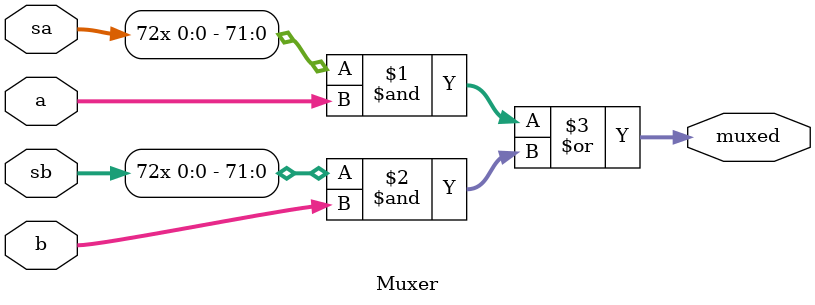
<source format=v>

module t (/*AUTOARG*/
   // Inputs
   clk
   );
   input clk;

   integer      cyc = 0;
   reg [63:0]   crc;
   reg [63:0]   sum;

   // Take CRC data and apply to testblock inputs
   wire [31:0]  in = crc[31:0];

   /*AUTOWIRE*/
   // Beginning of automatic wires (for undeclared instantiated-module outputs)
   wire [71:0]          muxed;                  // From test of Test.v
   // End of automatics

   Test test (/*AUTOINST*/
              // Outputs
              .muxed                    (muxed[71:0]),
              // Inputs
              .clk                      (clk),
              .in                       (in[31:0]));

   // Aggregate outputs into a single result vector
   wire [63:0] result = {muxed[63:0]};

   wire [5:0]  width_check = cyc[5:0] + 1;

   // Test loop
   always @ (posedge clk) begin
`ifdef TEST_VERBOSE
      $write("[%0t] cyc==%0d crc=%x result=%x\n", $time, cyc, crc, result);
`endif
      cyc <= cyc + 1;
      crc <= {crc[62:0], crc[63] ^ crc[2] ^ crc[0]};
      sum <= result ^ {sum[62:0], sum[63] ^ sum[2] ^ sum[0]};
      if (cyc==0) begin
         // Setup
         crc <= 64'h5aef0c8d_d70a4497;
         sum <= 64'h0;
      end
      else if (cyc<10) begin
         sum <= 64'h0;
      end
      else if (cyc<90) begin
      end
      else if (cyc==99) begin
         $write("[%0t] cyc==%0d crc=%x sum=%x\n", $time, cyc, crc, sum);
         if (crc !== 64'hc77bb9b3784ea091) $stop;
         // What checksum will we end up with (above print should match)
`define EXPECTED_SUM 64'h20050a66e7b253d1
         if (sum !== `EXPECTED_SUM) $stop;
         $write("*-* All Finished *-*\n");
         $finish;
      end
   end

endmodule

module Test (/*AUTOARG*/
   // Outputs
   muxed,
   // Inputs
   clk, in
   );
   input clk;
   input [31:0] in;
   output [71:0] muxed;

   wire [71:0]       a = {in[7:0],~in[31:0],in[31:0]};
   wire [71:0]       b = {~in[7:0],in[31:0],~in[31:0]};

   /*AUTOWIRE*/
   Muxer muxer (
                .sa     (0),
                .sb     (in[0]),
                /*AUTOINST*/
                // Outputs
                .muxed                  (muxed[71:0]),
                // Inputs
                .a                      (a[71:0]),
                .b                      (b[71:0]));
endmodule

module Muxer (/*AUTOARG*/
   // Outputs
   muxed,
   // Inputs
   sa, sb, a, b
   );
   input         sa;
   input         sb;

   output wire [71:0]    muxed;
   input [71:0]  a;
   input [71:0]  b;

   // Constification wasn't sizing with inlining and gave
   // unsized error on below
   //                         v
   assign       muxed = (({72{sa}} & a)
                         | ({72{sb}} & b));
endmodule

</source>
